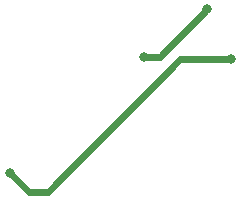
<source format=gbr>
%TF.GenerationSoftware,KiCad,Pcbnew,(5.1.9)-1*%
%TF.CreationDate,2021-05-22T16:29:01+08:00*%
%TF.ProjectId,PKU,504b552e-6b69-4636-9164-5f7063625858,rev?*%
%TF.SameCoordinates,Original*%
%TF.FileFunction,Copper,L2,Bot*%
%TF.FilePolarity,Positive*%
%FSLAX46Y46*%
G04 Gerber Fmt 4.6, Leading zero omitted, Abs format (unit mm)*
G04 Created by KiCad (PCBNEW (5.1.9)-1) date 2021-05-22 16:29:01*
%MOMM*%
%LPD*%
G01*
G04 APERTURE LIST*
%TA.AperFunction,ViaPad*%
%ADD10C,0.800000*%
%TD*%
%TA.AperFunction,Conductor*%
%ADD11C,0.600000*%
%TD*%
G04 APERTURE END LIST*
D10*
%TO.N,Net-(AE1-Pad2)*%
X205560000Y-57550000D03*
X186900000Y-67200000D03*
%TO.N,Net-(AE1-Pad1)*%
X203580000Y-53320000D03*
X198210000Y-57370000D03*
%TD*%
D11*
%TO.N,Net-(AE1-Pad2)*%
X205560000Y-57550000D02*
X201270000Y-57550000D01*
X201270000Y-57550000D02*
X190050000Y-68770000D01*
X188470000Y-68770000D02*
X186900000Y-67200000D01*
X190050000Y-68770000D02*
X188470000Y-68770000D01*
%TO.N,Net-(AE1-Pad1)*%
X199530000Y-57370000D02*
X198210000Y-57370000D01*
X203580000Y-53320000D02*
X199530000Y-57370000D01*
%TD*%
M02*

</source>
